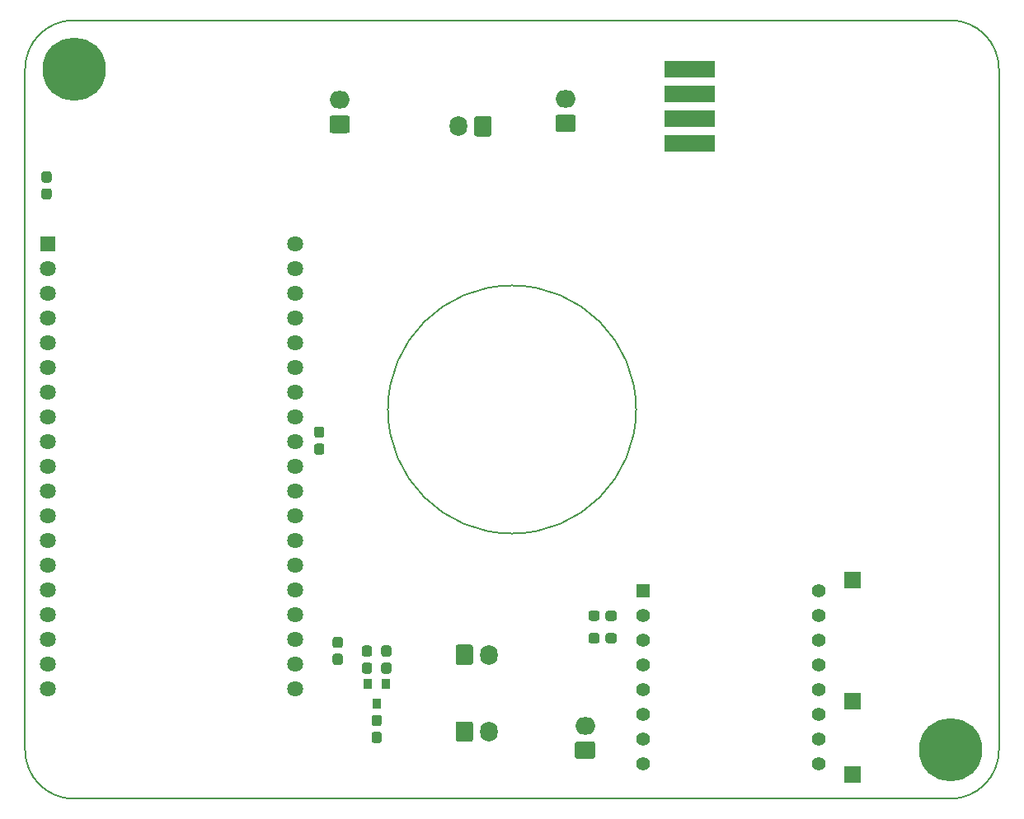
<source format=gbr>
%TF.GenerationSoftware,KiCad,Pcbnew,(5.1.6)-1*%
%TF.CreationDate,2021-02-27T16:35:54+01:00*%
%TF.ProjectId,07_LBAM_DFR,30375f4c-4241-44d5-9f44-46522e6b6963,rev?*%
%TF.SameCoordinates,Original*%
%TF.FileFunction,Soldermask,Top*%
%TF.FilePolarity,Negative*%
%FSLAX46Y46*%
G04 Gerber Fmt 4.6, Leading zero omitted, Abs format (unit mm)*
G04 Created by KiCad (PCBNEW (5.1.6)-1) date 2021-02-27 16:35:54*
%MOMM*%
%LPD*%
G01*
G04 APERTURE LIST*
%TA.AperFunction,Profile*%
%ADD10C,0.150000*%
%TD*%
%ADD11C,1.630000*%
%ADD12R,1.630000X1.630000*%
%ADD13R,0.900000X1.000000*%
%ADD14C,0.900000*%
%ADD15C,6.500000*%
%ADD16C,1.408000*%
%ADD17R,1.408000X1.408000*%
%ADD18O,1.800000X2.100000*%
%ADD19O,2.100000X1.800000*%
%ADD20R,1.800000X1.800000*%
%ADD21R,3.600000X1.800000*%
G04 APERTURE END LIST*
D10*
X162747549Y-105000000D02*
G75*
G03*
X162747549Y-105000000I-12747549J0D01*
G01*
X180000000Y-65000000D02*
X195000000Y-65000000D01*
X157000000Y-65000000D02*
X180000000Y-65000000D01*
X195000000Y-65000000D02*
G75*
G02*
X200000000Y-70000000I0J-5000000D01*
G01*
X200000000Y-140000000D02*
G75*
G02*
X195000000Y-145000000I-5000000J0D01*
G01*
X105000000Y-145000000D02*
G75*
G02*
X100000000Y-140000000I0J5000000D01*
G01*
X100000000Y-70000000D02*
G75*
G02*
X105000000Y-65000000I5000000J0D01*
G01*
X100000000Y-140000000D02*
X100000000Y-70000000D01*
X195000000Y-145000000D02*
X105000000Y-145000000D01*
X200000000Y-70000000D02*
X200000000Y-140000000D01*
X105000000Y-65000000D02*
X157000000Y-65000000D01*
D11*
%TO.C,U2*%
X127700000Y-87950000D03*
X127700000Y-90490000D03*
X127700000Y-93030000D03*
X127700000Y-95570000D03*
X127700000Y-98110000D03*
X127700000Y-100650000D03*
X127700000Y-103190000D03*
X127700000Y-105730000D03*
X127700000Y-108270000D03*
X127700000Y-110810000D03*
X127700000Y-113350000D03*
X127700000Y-115890000D03*
X127700000Y-118430000D03*
X127700000Y-120970000D03*
X127700000Y-123510000D03*
X127700000Y-126050000D03*
X127700000Y-128590000D03*
X127700000Y-131130000D03*
X127700000Y-133670000D03*
X102300000Y-133670000D03*
X102300000Y-131130000D03*
X102300000Y-128590000D03*
X102300000Y-126050000D03*
X102300000Y-123510000D03*
X102300000Y-120970000D03*
X102300000Y-118430000D03*
X102300000Y-115890000D03*
X102300000Y-113350000D03*
X102300000Y-110810000D03*
X102300000Y-108270000D03*
X102300000Y-105730000D03*
X102300000Y-103190000D03*
X102300000Y-100650000D03*
X102300000Y-98110000D03*
X102300000Y-95570000D03*
X102300000Y-93030000D03*
X102300000Y-90490000D03*
D12*
X102300000Y-87950000D03*
%TD*%
D13*
%TO.C,Q1*%
X136100000Y-135200000D03*
X135150000Y-133200000D03*
X137050000Y-133200000D03*
%TD*%
D14*
%TO.C,H3*%
X196697056Y-138302944D03*
X195000000Y-137600000D03*
X193302944Y-138302944D03*
X192600000Y-140000000D03*
X193302944Y-141697056D03*
X195000000Y-142400000D03*
X196697056Y-141697056D03*
X197400000Y-140000000D03*
D15*
X195000000Y-140000000D03*
%TD*%
D14*
%TO.C,H1*%
X106697056Y-68302944D03*
X105000000Y-67600000D03*
X103302944Y-68302944D03*
X102600000Y-70000000D03*
X103302944Y-71697056D03*
X105000000Y-72400000D03*
X106697056Y-71697056D03*
X107400000Y-70000000D03*
D15*
X105000000Y-70000000D03*
%TD*%
D16*
%TO.C,U1*%
X181517000Y-141390000D03*
X163483000Y-141390000D03*
X181517000Y-123610000D03*
D17*
X163483000Y-123610000D03*
D16*
X181517000Y-138850000D03*
X163483000Y-138850000D03*
X181517000Y-126150000D03*
X163483000Y-126150000D03*
X181517000Y-136310000D03*
X181517000Y-128690000D03*
X163483000Y-128690000D03*
X163483000Y-136310000D03*
X181517000Y-133770000D03*
X181517000Y-131230000D03*
X163483000Y-133770000D03*
X163483000Y-131230000D03*
%TD*%
D18*
%TO.C,J18*%
X147600000Y-130200000D03*
G36*
G01*
X144200000Y-130985294D02*
X144200000Y-129414706D01*
G75*
G02*
X144464706Y-129150000I264706J0D01*
G01*
X145735294Y-129150000D01*
G75*
G02*
X146000000Y-129414706I0J-264706D01*
G01*
X146000000Y-130985294D01*
G75*
G02*
X145735294Y-131250000I-264706J0D01*
G01*
X144464706Y-131250000D01*
G75*
G02*
X144200000Y-130985294I0J264706D01*
G01*
G37*
%TD*%
%TO.C,J26*%
X147600000Y-138100000D03*
G36*
G01*
X144200000Y-138885294D02*
X144200000Y-137314706D01*
G75*
G02*
X144464706Y-137050000I264706J0D01*
G01*
X145735294Y-137050000D01*
G75*
G02*
X146000000Y-137314706I0J-264706D01*
G01*
X146000000Y-138885294D01*
G75*
G02*
X145735294Y-139150000I-264706J0D01*
G01*
X144464706Y-139150000D01*
G75*
G02*
X144200000Y-138885294I0J264706D01*
G01*
G37*
%TD*%
D19*
%TO.C,J27*%
X155500000Y-73100000D03*
G36*
G01*
X156285294Y-76500000D02*
X154714706Y-76500000D01*
G75*
G02*
X154450000Y-76235294I0J264706D01*
G01*
X154450000Y-74964706D01*
G75*
G02*
X154714706Y-74700000I264706J0D01*
G01*
X156285294Y-74700000D01*
G75*
G02*
X156550000Y-74964706I0J-264706D01*
G01*
X156550000Y-76235294D01*
G75*
G02*
X156285294Y-76500000I-264706J0D01*
G01*
G37*
%TD*%
%TO.C,R7*%
G36*
G01*
X101937500Y-82275000D02*
X102462500Y-82275000D01*
G75*
G02*
X102725000Y-82537500I0J-262500D01*
G01*
X102725000Y-83162500D01*
G75*
G02*
X102462500Y-83425000I-262500J0D01*
G01*
X101937500Y-83425000D01*
G75*
G02*
X101675000Y-83162500I0J262500D01*
G01*
X101675000Y-82537500D01*
G75*
G02*
X101937500Y-82275000I262500J0D01*
G01*
G37*
G36*
G01*
X101937500Y-80525000D02*
X102462500Y-80525000D01*
G75*
G02*
X102725000Y-80787500I0J-262500D01*
G01*
X102725000Y-81412500D01*
G75*
G02*
X102462500Y-81675000I-262500J0D01*
G01*
X101937500Y-81675000D01*
G75*
G02*
X101675000Y-81412500I0J262500D01*
G01*
X101675000Y-80787500D01*
G75*
G02*
X101937500Y-80525000I262500J0D01*
G01*
G37*
%TD*%
%TO.C,R12*%
G36*
G01*
X130462500Y-107900000D02*
X129937500Y-107900000D01*
G75*
G02*
X129675000Y-107637500I0J262500D01*
G01*
X129675000Y-107012500D01*
G75*
G02*
X129937500Y-106750000I262500J0D01*
G01*
X130462500Y-106750000D01*
G75*
G02*
X130725000Y-107012500I0J-262500D01*
G01*
X130725000Y-107637500D01*
G75*
G02*
X130462500Y-107900000I-262500J0D01*
G01*
G37*
G36*
G01*
X130462500Y-109650000D02*
X129937500Y-109650000D01*
G75*
G02*
X129675000Y-109387500I0J262500D01*
G01*
X129675000Y-108762500D01*
G75*
G02*
X129937500Y-108500000I262500J0D01*
G01*
X130462500Y-108500000D01*
G75*
G02*
X130725000Y-108762500I0J-262500D01*
G01*
X130725000Y-109387500D01*
G75*
G02*
X130462500Y-109650000I-262500J0D01*
G01*
G37*
%TD*%
%TO.C,R13*%
G36*
G01*
X132362500Y-129500000D02*
X131837500Y-129500000D01*
G75*
G02*
X131575000Y-129237500I0J262500D01*
G01*
X131575000Y-128612500D01*
G75*
G02*
X131837500Y-128350000I262500J0D01*
G01*
X132362500Y-128350000D01*
G75*
G02*
X132625000Y-128612500I0J-262500D01*
G01*
X132625000Y-129237500D01*
G75*
G02*
X132362500Y-129500000I-262500J0D01*
G01*
G37*
G36*
G01*
X132362500Y-131250000D02*
X131837500Y-131250000D01*
G75*
G02*
X131575000Y-130987500I0J262500D01*
G01*
X131575000Y-130362500D01*
G75*
G02*
X131837500Y-130100000I262500J0D01*
G01*
X132362500Y-130100000D01*
G75*
G02*
X132625000Y-130362500I0J-262500D01*
G01*
X132625000Y-130987500D01*
G75*
G02*
X132362500Y-131250000I-262500J0D01*
G01*
G37*
%TD*%
%TO.C,R16*%
G36*
G01*
X135837500Y-138125000D02*
X136362500Y-138125000D01*
G75*
G02*
X136625000Y-138387500I0J-262500D01*
G01*
X136625000Y-139012500D01*
G75*
G02*
X136362500Y-139275000I-262500J0D01*
G01*
X135837500Y-139275000D01*
G75*
G02*
X135575000Y-139012500I0J262500D01*
G01*
X135575000Y-138387500D01*
G75*
G02*
X135837500Y-138125000I262500J0D01*
G01*
G37*
G36*
G01*
X135837500Y-136375000D02*
X136362500Y-136375000D01*
G75*
G02*
X136625000Y-136637500I0J-262500D01*
G01*
X136625000Y-137262500D01*
G75*
G02*
X136362500Y-137525000I-262500J0D01*
G01*
X135837500Y-137525000D01*
G75*
G02*
X135575000Y-137262500I0J262500D01*
G01*
X135575000Y-136637500D01*
G75*
G02*
X135837500Y-136375000I262500J0D01*
G01*
G37*
%TD*%
%TO.C,R17*%
G36*
G01*
X136837500Y-131000000D02*
X137362500Y-131000000D01*
G75*
G02*
X137625000Y-131262500I0J-262500D01*
G01*
X137625000Y-131887500D01*
G75*
G02*
X137362500Y-132150000I-262500J0D01*
G01*
X136837500Y-132150000D01*
G75*
G02*
X136575000Y-131887500I0J262500D01*
G01*
X136575000Y-131262500D01*
G75*
G02*
X136837500Y-131000000I262500J0D01*
G01*
G37*
G36*
G01*
X136837500Y-129250000D02*
X137362500Y-129250000D01*
G75*
G02*
X137625000Y-129512500I0J-262500D01*
G01*
X137625000Y-130137500D01*
G75*
G02*
X137362500Y-130400000I-262500J0D01*
G01*
X136837500Y-130400000D01*
G75*
G02*
X136575000Y-130137500I0J262500D01*
G01*
X136575000Y-129512500D01*
G75*
G02*
X136837500Y-129250000I262500J0D01*
G01*
G37*
%TD*%
%TO.C,R18*%
G36*
G01*
X135362500Y-130400000D02*
X134837500Y-130400000D01*
G75*
G02*
X134575000Y-130137500I0J262500D01*
G01*
X134575000Y-129512500D01*
G75*
G02*
X134837500Y-129250000I262500J0D01*
G01*
X135362500Y-129250000D01*
G75*
G02*
X135625000Y-129512500I0J-262500D01*
G01*
X135625000Y-130137500D01*
G75*
G02*
X135362500Y-130400000I-262500J0D01*
G01*
G37*
G36*
G01*
X135362500Y-132150000D02*
X134837500Y-132150000D01*
G75*
G02*
X134575000Y-131887500I0J262500D01*
G01*
X134575000Y-131262500D01*
G75*
G02*
X134837500Y-131000000I262500J0D01*
G01*
X135362500Y-131000000D01*
G75*
G02*
X135625000Y-131262500I0J-262500D01*
G01*
X135625000Y-131887500D01*
G75*
G02*
X135362500Y-132150000I-262500J0D01*
G01*
G37*
%TD*%
%TO.C,R34*%
G36*
G01*
X159000000Y-125937500D02*
X159000000Y-126462500D01*
G75*
G02*
X158737500Y-126725000I-262500J0D01*
G01*
X158112500Y-126725000D01*
G75*
G02*
X157850000Y-126462500I0J262500D01*
G01*
X157850000Y-125937500D01*
G75*
G02*
X158112500Y-125675000I262500J0D01*
G01*
X158737500Y-125675000D01*
G75*
G02*
X159000000Y-125937500I0J-262500D01*
G01*
G37*
G36*
G01*
X160750000Y-125937500D02*
X160750000Y-126462500D01*
G75*
G02*
X160487500Y-126725000I-262500J0D01*
G01*
X159862500Y-126725000D01*
G75*
G02*
X159600000Y-126462500I0J262500D01*
G01*
X159600000Y-125937500D01*
G75*
G02*
X159862500Y-125675000I262500J0D01*
G01*
X160487500Y-125675000D01*
G75*
G02*
X160750000Y-125937500I0J-262500D01*
G01*
G37*
%TD*%
%TO.C,R36*%
G36*
G01*
X159000000Y-128237500D02*
X159000000Y-128762500D01*
G75*
G02*
X158737500Y-129025000I-262500J0D01*
G01*
X158112500Y-129025000D01*
G75*
G02*
X157850000Y-128762500I0J262500D01*
G01*
X157850000Y-128237500D01*
G75*
G02*
X158112500Y-127975000I262500J0D01*
G01*
X158737500Y-127975000D01*
G75*
G02*
X159000000Y-128237500I0J-262500D01*
G01*
G37*
G36*
G01*
X160750000Y-128237500D02*
X160750000Y-128762500D01*
G75*
G02*
X160487500Y-129025000I-262500J0D01*
G01*
X159862500Y-129025000D01*
G75*
G02*
X159600000Y-128762500I0J262500D01*
G01*
X159600000Y-128237500D01*
G75*
G02*
X159862500Y-127975000I262500J0D01*
G01*
X160487500Y-127975000D01*
G75*
G02*
X160750000Y-128237500I0J-262500D01*
G01*
G37*
%TD*%
D18*
%TO.C,J9*%
X144500000Y-75900000D03*
G36*
G01*
X147900000Y-75114706D02*
X147900000Y-76685294D01*
G75*
G02*
X147635294Y-76950000I-264706J0D01*
G01*
X146364706Y-76950000D01*
G75*
G02*
X146100000Y-76685294I0J264706D01*
G01*
X146100000Y-75114706D01*
G75*
G02*
X146364706Y-74850000I264706J0D01*
G01*
X147635294Y-74850000D01*
G75*
G02*
X147900000Y-75114706I0J-264706D01*
G01*
G37*
%TD*%
D19*
%TO.C,J4*%
X132300000Y-73200000D03*
G36*
G01*
X133085294Y-76600000D02*
X131514706Y-76600000D01*
G75*
G02*
X131250000Y-76335294I0J264706D01*
G01*
X131250000Y-75064706D01*
G75*
G02*
X131514706Y-74800000I264706J0D01*
G01*
X133085294Y-74800000D01*
G75*
G02*
X133350000Y-75064706I0J-264706D01*
G01*
X133350000Y-76335294D01*
G75*
G02*
X133085294Y-76600000I-264706J0D01*
G01*
G37*
%TD*%
D20*
%TO.C,J1*%
X185000000Y-122500000D03*
%TD*%
%TO.C,J2*%
X185000000Y-142500000D03*
%TD*%
%TO.C,J3*%
X185000000Y-135000000D03*
%TD*%
%TO.C,J5*%
G36*
G01*
X158285294Y-140900000D02*
X156714706Y-140900000D01*
G75*
G02*
X156450000Y-140635294I0J264706D01*
G01*
X156450000Y-139364706D01*
G75*
G02*
X156714706Y-139100000I264706J0D01*
G01*
X158285294Y-139100000D01*
G75*
G02*
X158550000Y-139364706I0J-264706D01*
G01*
X158550000Y-140635294D01*
G75*
G02*
X158285294Y-140900000I-264706J0D01*
G01*
G37*
D19*
X157500000Y-137500000D03*
%TD*%
D20*
%TO.C,U4*%
X170000000Y-70000000D03*
X170000000Y-72540000D03*
X170000000Y-75080000D03*
X170000000Y-77620000D03*
D21*
X167460000Y-70000000D03*
X167460000Y-72540000D03*
X167460000Y-75080000D03*
X167460000Y-77620000D03*
%TD*%
M02*

</source>
